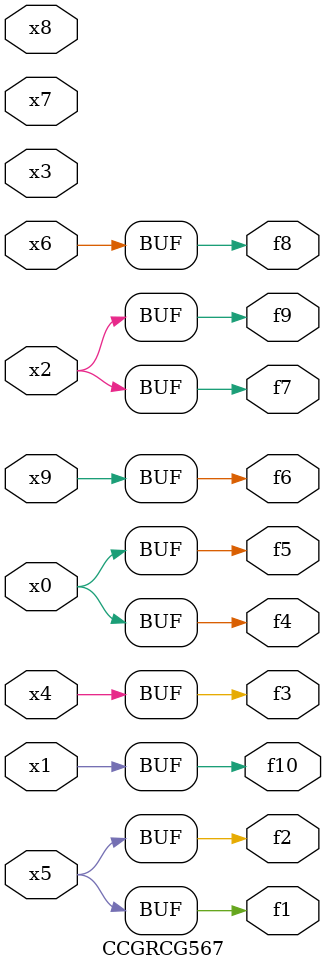
<source format=v>
module CCGRCG567(
	input x0, x1, x2, x3, x4, x5, x6, x7, x8, x9,
	output f1, f2, f3, f4, f5, f6, f7, f8, f9, f10
);
	assign f1 = x5;
	assign f2 = x5;
	assign f3 = x4;
	assign f4 = x0;
	assign f5 = x0;
	assign f6 = x9;
	assign f7 = x2;
	assign f8 = x6;
	assign f9 = x2;
	assign f10 = x1;
endmodule

</source>
